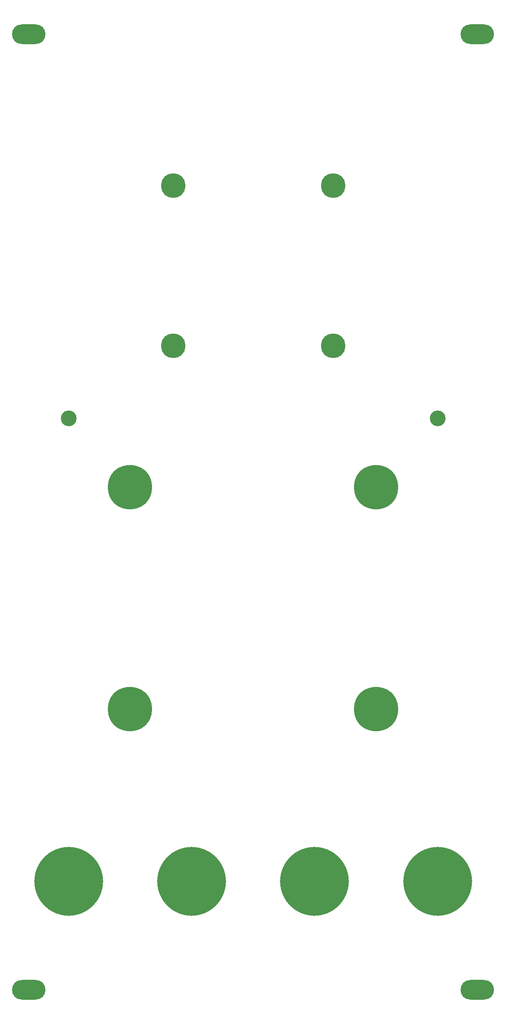
<source format=gbs>
G04 #@! TF.GenerationSoftware,KiCad,Pcbnew,6.0.5-a6ca702e91~116~ubuntu20.04.1*
G04 #@! TF.CreationDate,2022-06-21T20:30:45-04:00*
G04 #@! TF.ProjectId,joystick_panel,6a6f7973-7469-4636-9b5f-70616e656c2e,rev?*
G04 #@! TF.SameCoordinates,Original*
G04 #@! TF.FileFunction,Soldermask,Bot*
G04 #@! TF.FilePolarity,Negative*
%FSLAX46Y46*%
G04 Gerber Fmt 4.6, Leading zero omitted, Abs format (unit mm)*
G04 Created by KiCad (PCBNEW 6.0.5-a6ca702e91~116~ubuntu20.04.1) date 2022-06-21 20:30:45*
%MOMM*%
%LPD*%
G01*
G04 APERTURE LIST*
%ADD10O,6.800000X4.000000*%
%ADD11C,14.000000*%
%ADD12C,9.000000*%
%ADD13C,5.000000*%
%ADD14C,3.200000*%
G04 APERTURE END LIST*
D10*
G04 #@! TO.C,H14*
X111700000Y-10600000D03*
X111700000Y-204600000D03*
G04 #@! TD*
D11*
G04 #@! TO.C,H1*
X78600000Y-182600000D03*
G04 #@! TD*
D10*
G04 #@! TO.C,H11*
X20500000Y-10600000D03*
X20500000Y-204600000D03*
G04 #@! TD*
D11*
G04 #@! TO.C,H2*
X28600000Y-182600000D03*
G04 #@! TD*
G04 #@! TO.C,H3*
X103600000Y-182600000D03*
G04 #@! TD*
G04 #@! TO.C,H4*
X53600000Y-182600000D03*
G04 #@! TD*
D12*
G04 #@! TO.C,H5*
X41100000Y-102600000D03*
G04 #@! TD*
G04 #@! TO.C,H6*
X91100000Y-102600000D03*
G04 #@! TD*
G04 #@! TO.C,H7*
X41100000Y-147600000D03*
G04 #@! TD*
G04 #@! TO.C,H8*
X91100000Y-147600000D03*
G04 #@! TD*
D13*
G04 #@! TO.C,H9*
X49850000Y-41350000D03*
G04 #@! TD*
G04 #@! TO.C,H10*
X82350000Y-41350000D03*
G04 #@! TD*
G04 #@! TO.C,H12*
X49850000Y-73850000D03*
G04 #@! TD*
G04 #@! TO.C,H13*
X82350000Y-73850000D03*
G04 #@! TD*
D14*
G04 #@! TO.C,H15*
X28600000Y-88600000D03*
G04 #@! TD*
G04 #@! TO.C,H16*
X103600000Y-88600000D03*
G04 #@! TD*
M02*

</source>
